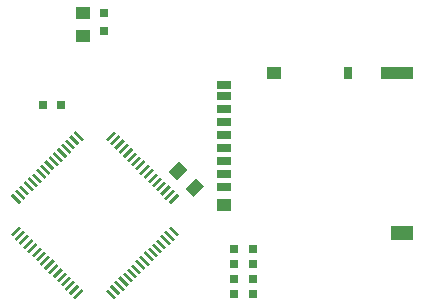
<source format=gbp>
G04 #@! TF.FileFunction,Paste,Bot*
%FSLAX46Y46*%
G04 Gerber Fmt 4.6, Leading zero omitted, Abs format (unit mm)*
G04 Created by KiCad (PCBNEW 4.0.6) date 03/12/17 16:14:44*
%MOMM*%
%LPD*%
G01*
G04 APERTURE LIST*
%ADD10C,0.100000*%
%ADD11R,0.750000X0.800000*%
%ADD12R,1.250000X1.000000*%
%ADD13R,0.800000X0.750000*%
%ADD14R,0.800000X0.800000*%
%ADD15R,1.900000X1.300000*%
%ADD16R,1.200000X0.700000*%
%ADD17R,1.200000X1.000000*%
%ADD18R,0.800000X1.000000*%
%ADD19R,2.800000X1.000000*%
G04 APERTURE END LIST*
D10*
G36*
X64319899Y-74733977D02*
X64496676Y-74557200D01*
X65203783Y-75264307D01*
X65027006Y-75441084D01*
X64319899Y-74733977D01*
X64319899Y-74733977D01*
G37*
G36*
X64673452Y-74380423D02*
X64850229Y-74203646D01*
X65557336Y-74910753D01*
X65380559Y-75087530D01*
X64673452Y-74380423D01*
X64673452Y-74380423D01*
G37*
G36*
X65027006Y-74026870D02*
X65203783Y-73850093D01*
X65910890Y-74557200D01*
X65734113Y-74733977D01*
X65027006Y-74026870D01*
X65027006Y-74026870D01*
G37*
G36*
X65380559Y-73673317D02*
X65557336Y-73496540D01*
X66264443Y-74203647D01*
X66087666Y-74380424D01*
X65380559Y-73673317D01*
X65380559Y-73673317D01*
G37*
G36*
X65734112Y-73319763D02*
X65910889Y-73142986D01*
X66617996Y-73850093D01*
X66441219Y-74026870D01*
X65734112Y-73319763D01*
X65734112Y-73319763D01*
G37*
G36*
X66087666Y-72966210D02*
X66264443Y-72789433D01*
X66971550Y-73496540D01*
X66794773Y-73673317D01*
X66087666Y-72966210D01*
X66087666Y-72966210D01*
G37*
G36*
X66441219Y-72612656D02*
X66617996Y-72435879D01*
X67325103Y-73142986D01*
X67148326Y-73319763D01*
X66441219Y-72612656D01*
X66441219Y-72612656D01*
G37*
G36*
X66794773Y-72259103D02*
X66971550Y-72082326D01*
X67678657Y-72789433D01*
X67501880Y-72966210D01*
X66794773Y-72259103D01*
X66794773Y-72259103D01*
G37*
G36*
X67148326Y-71905550D02*
X67325103Y-71728773D01*
X68032210Y-72435880D01*
X67855433Y-72612657D01*
X67148326Y-71905550D01*
X67148326Y-71905550D01*
G37*
G36*
X67501879Y-71551996D02*
X67678656Y-71375219D01*
X68385763Y-72082326D01*
X68208986Y-72259103D01*
X67501879Y-71551996D01*
X67501879Y-71551996D01*
G37*
G36*
X67855433Y-71198443D02*
X68032210Y-71021666D01*
X68739317Y-71728773D01*
X68562540Y-71905550D01*
X67855433Y-71198443D01*
X67855433Y-71198443D01*
G37*
G36*
X68208986Y-70844889D02*
X68385763Y-70668112D01*
X69092870Y-71375219D01*
X68916093Y-71551996D01*
X68208986Y-70844889D01*
X68208986Y-70844889D01*
G37*
G36*
X68562540Y-70491336D02*
X68739317Y-70314559D01*
X69446424Y-71021666D01*
X69269647Y-71198443D01*
X68562540Y-70491336D01*
X68562540Y-70491336D01*
G37*
G36*
X68916093Y-70137783D02*
X69092870Y-69961006D01*
X69799977Y-70668113D01*
X69623200Y-70844890D01*
X68916093Y-70137783D01*
X68916093Y-70137783D01*
G37*
G36*
X69269646Y-69784229D02*
X69446423Y-69607452D01*
X70153530Y-70314559D01*
X69976753Y-70491336D01*
X69269646Y-69784229D01*
X69269646Y-69784229D01*
G37*
G36*
X69623200Y-69430676D02*
X69799977Y-69253899D01*
X70507084Y-69961006D01*
X70330307Y-70137783D01*
X69623200Y-69430676D01*
X69623200Y-69430676D01*
G37*
G36*
X73088023Y-69253899D02*
X73264800Y-69430676D01*
X72557693Y-70137783D01*
X72380916Y-69961006D01*
X73088023Y-69253899D01*
X73088023Y-69253899D01*
G37*
G36*
X73441577Y-69607452D02*
X73618354Y-69784229D01*
X72911247Y-70491336D01*
X72734470Y-70314559D01*
X73441577Y-69607452D01*
X73441577Y-69607452D01*
G37*
G36*
X73795130Y-69961006D02*
X73971907Y-70137783D01*
X73264800Y-70844890D01*
X73088023Y-70668113D01*
X73795130Y-69961006D01*
X73795130Y-69961006D01*
G37*
G36*
X74148683Y-70314559D02*
X74325460Y-70491336D01*
X73618353Y-71198443D01*
X73441576Y-71021666D01*
X74148683Y-70314559D01*
X74148683Y-70314559D01*
G37*
G36*
X74502237Y-70668112D02*
X74679014Y-70844889D01*
X73971907Y-71551996D01*
X73795130Y-71375219D01*
X74502237Y-70668112D01*
X74502237Y-70668112D01*
G37*
G36*
X74855790Y-71021666D02*
X75032567Y-71198443D01*
X74325460Y-71905550D01*
X74148683Y-71728773D01*
X74855790Y-71021666D01*
X74855790Y-71021666D01*
G37*
G36*
X75209344Y-71375219D02*
X75386121Y-71551996D01*
X74679014Y-72259103D01*
X74502237Y-72082326D01*
X75209344Y-71375219D01*
X75209344Y-71375219D01*
G37*
G36*
X75562897Y-71728773D02*
X75739674Y-71905550D01*
X75032567Y-72612657D01*
X74855790Y-72435880D01*
X75562897Y-71728773D01*
X75562897Y-71728773D01*
G37*
G36*
X75916450Y-72082326D02*
X76093227Y-72259103D01*
X75386120Y-72966210D01*
X75209343Y-72789433D01*
X75916450Y-72082326D01*
X75916450Y-72082326D01*
G37*
G36*
X76270004Y-72435879D02*
X76446781Y-72612656D01*
X75739674Y-73319763D01*
X75562897Y-73142986D01*
X76270004Y-72435879D01*
X76270004Y-72435879D01*
G37*
G36*
X76623557Y-72789433D02*
X76800334Y-72966210D01*
X76093227Y-73673317D01*
X75916450Y-73496540D01*
X76623557Y-72789433D01*
X76623557Y-72789433D01*
G37*
G36*
X76977111Y-73142986D02*
X77153888Y-73319763D01*
X76446781Y-74026870D01*
X76270004Y-73850093D01*
X76977111Y-73142986D01*
X76977111Y-73142986D01*
G37*
G36*
X77330664Y-73496540D02*
X77507441Y-73673317D01*
X76800334Y-74380424D01*
X76623557Y-74203647D01*
X77330664Y-73496540D01*
X77330664Y-73496540D01*
G37*
G36*
X77684217Y-73850093D02*
X77860994Y-74026870D01*
X77153887Y-74733977D01*
X76977110Y-74557200D01*
X77684217Y-73850093D01*
X77684217Y-73850093D01*
G37*
G36*
X78037771Y-74203646D02*
X78214548Y-74380423D01*
X77507441Y-75087530D01*
X77330664Y-74910753D01*
X78037771Y-74203646D01*
X78037771Y-74203646D01*
G37*
G36*
X78391324Y-74557200D02*
X78568101Y-74733977D01*
X77860994Y-75441084D01*
X77684217Y-75264307D01*
X78391324Y-74557200D01*
X78391324Y-74557200D01*
G37*
G36*
X77684217Y-77491693D02*
X77860994Y-77314916D01*
X78568101Y-78022023D01*
X78391324Y-78198800D01*
X77684217Y-77491693D01*
X77684217Y-77491693D01*
G37*
G36*
X77330664Y-77845247D02*
X77507441Y-77668470D01*
X78214548Y-78375577D01*
X78037771Y-78552354D01*
X77330664Y-77845247D01*
X77330664Y-77845247D01*
G37*
G36*
X76977110Y-78198800D02*
X77153887Y-78022023D01*
X77860994Y-78729130D01*
X77684217Y-78905907D01*
X76977110Y-78198800D01*
X76977110Y-78198800D01*
G37*
G36*
X76623557Y-78552353D02*
X76800334Y-78375576D01*
X77507441Y-79082683D01*
X77330664Y-79259460D01*
X76623557Y-78552353D01*
X76623557Y-78552353D01*
G37*
G36*
X76270004Y-78905907D02*
X76446781Y-78729130D01*
X77153888Y-79436237D01*
X76977111Y-79613014D01*
X76270004Y-78905907D01*
X76270004Y-78905907D01*
G37*
G36*
X75916450Y-79259460D02*
X76093227Y-79082683D01*
X76800334Y-79789790D01*
X76623557Y-79966567D01*
X75916450Y-79259460D01*
X75916450Y-79259460D01*
G37*
G36*
X75562897Y-79613014D02*
X75739674Y-79436237D01*
X76446781Y-80143344D01*
X76270004Y-80320121D01*
X75562897Y-79613014D01*
X75562897Y-79613014D01*
G37*
G36*
X75209343Y-79966567D02*
X75386120Y-79789790D01*
X76093227Y-80496897D01*
X75916450Y-80673674D01*
X75209343Y-79966567D01*
X75209343Y-79966567D01*
G37*
G36*
X74855790Y-80320120D02*
X75032567Y-80143343D01*
X75739674Y-80850450D01*
X75562897Y-81027227D01*
X74855790Y-80320120D01*
X74855790Y-80320120D01*
G37*
G36*
X74502237Y-80673674D02*
X74679014Y-80496897D01*
X75386121Y-81204004D01*
X75209344Y-81380781D01*
X74502237Y-80673674D01*
X74502237Y-80673674D01*
G37*
G36*
X74148683Y-81027227D02*
X74325460Y-80850450D01*
X75032567Y-81557557D01*
X74855790Y-81734334D01*
X74148683Y-81027227D01*
X74148683Y-81027227D01*
G37*
G36*
X73795130Y-81380781D02*
X73971907Y-81204004D01*
X74679014Y-81911111D01*
X74502237Y-82087888D01*
X73795130Y-81380781D01*
X73795130Y-81380781D01*
G37*
G36*
X73441576Y-81734334D02*
X73618353Y-81557557D01*
X74325460Y-82264664D01*
X74148683Y-82441441D01*
X73441576Y-81734334D01*
X73441576Y-81734334D01*
G37*
G36*
X73088023Y-82087887D02*
X73264800Y-81911110D01*
X73971907Y-82618217D01*
X73795130Y-82794994D01*
X73088023Y-82087887D01*
X73088023Y-82087887D01*
G37*
G36*
X72734470Y-82441441D02*
X72911247Y-82264664D01*
X73618354Y-82971771D01*
X73441577Y-83148548D01*
X72734470Y-82441441D01*
X72734470Y-82441441D01*
G37*
G36*
X72380916Y-82794994D02*
X72557693Y-82618217D01*
X73264800Y-83325324D01*
X73088023Y-83502101D01*
X72380916Y-82794994D01*
X72380916Y-82794994D01*
G37*
G36*
X70330307Y-82618217D02*
X70507084Y-82794994D01*
X69799977Y-83502101D01*
X69623200Y-83325324D01*
X70330307Y-82618217D01*
X70330307Y-82618217D01*
G37*
G36*
X69976753Y-82264664D02*
X70153530Y-82441441D01*
X69446423Y-83148548D01*
X69269646Y-82971771D01*
X69976753Y-82264664D01*
X69976753Y-82264664D01*
G37*
G36*
X69623200Y-81911110D02*
X69799977Y-82087887D01*
X69092870Y-82794994D01*
X68916093Y-82618217D01*
X69623200Y-81911110D01*
X69623200Y-81911110D01*
G37*
G36*
X69269647Y-81557557D02*
X69446424Y-81734334D01*
X68739317Y-82441441D01*
X68562540Y-82264664D01*
X69269647Y-81557557D01*
X69269647Y-81557557D01*
G37*
G36*
X68916093Y-81204004D02*
X69092870Y-81380781D01*
X68385763Y-82087888D01*
X68208986Y-81911111D01*
X68916093Y-81204004D01*
X68916093Y-81204004D01*
G37*
G36*
X68562540Y-80850450D02*
X68739317Y-81027227D01*
X68032210Y-81734334D01*
X67855433Y-81557557D01*
X68562540Y-80850450D01*
X68562540Y-80850450D01*
G37*
G36*
X68208986Y-80496897D02*
X68385763Y-80673674D01*
X67678656Y-81380781D01*
X67501879Y-81204004D01*
X68208986Y-80496897D01*
X68208986Y-80496897D01*
G37*
G36*
X67855433Y-80143343D02*
X68032210Y-80320120D01*
X67325103Y-81027227D01*
X67148326Y-80850450D01*
X67855433Y-80143343D01*
X67855433Y-80143343D01*
G37*
G36*
X67501880Y-79789790D02*
X67678657Y-79966567D01*
X66971550Y-80673674D01*
X66794773Y-80496897D01*
X67501880Y-79789790D01*
X67501880Y-79789790D01*
G37*
G36*
X67148326Y-79436237D02*
X67325103Y-79613014D01*
X66617996Y-80320121D01*
X66441219Y-80143344D01*
X67148326Y-79436237D01*
X67148326Y-79436237D01*
G37*
G36*
X66794773Y-79082683D02*
X66971550Y-79259460D01*
X66264443Y-79966567D01*
X66087666Y-79789790D01*
X66794773Y-79082683D01*
X66794773Y-79082683D01*
G37*
G36*
X66441219Y-78729130D02*
X66617996Y-78905907D01*
X65910889Y-79613014D01*
X65734112Y-79436237D01*
X66441219Y-78729130D01*
X66441219Y-78729130D01*
G37*
G36*
X66087666Y-78375576D02*
X66264443Y-78552353D01*
X65557336Y-79259460D01*
X65380559Y-79082683D01*
X66087666Y-78375576D01*
X66087666Y-78375576D01*
G37*
G36*
X65734113Y-78022023D02*
X65910890Y-78198800D01*
X65203783Y-78905907D01*
X65027006Y-78729130D01*
X65734113Y-78022023D01*
X65734113Y-78022023D01*
G37*
G36*
X65380559Y-77668470D02*
X65557336Y-77845247D01*
X64850229Y-78552354D01*
X64673452Y-78375577D01*
X65380559Y-77668470D01*
X65380559Y-77668470D01*
G37*
G36*
X65027006Y-77314916D02*
X65203783Y-77491693D01*
X64496676Y-78198800D01*
X64319899Y-78022023D01*
X65027006Y-77314916D01*
X65027006Y-77314916D01*
G37*
G36*
X77690505Y-72732388D02*
X78574388Y-71848505D01*
X79281495Y-72555612D01*
X78397612Y-73439495D01*
X77690505Y-72732388D01*
X77690505Y-72732388D01*
G37*
G36*
X79104719Y-74146602D02*
X79988602Y-73262719D01*
X80695709Y-73969826D01*
X79811826Y-74853709D01*
X79104719Y-74146602D01*
X79104719Y-74146602D01*
G37*
D11*
X72206000Y-59321000D03*
X72206000Y-60821000D03*
D12*
X70428000Y-59249000D03*
X70428000Y-61249000D03*
D13*
X67056000Y-67056000D03*
X68556000Y-67056000D03*
D14*
X83236972Y-79294740D03*
X84836972Y-79294740D03*
X83236972Y-80564739D03*
X84836972Y-80564739D03*
X83236973Y-81834738D03*
X84836973Y-81834738D03*
X83236973Y-83104740D03*
X84836973Y-83104740D03*
D15*
X97450500Y-77896500D03*
D16*
X82350500Y-73996500D03*
X82350500Y-72896500D03*
X82350500Y-71796500D03*
X82350500Y-70696500D03*
X82350500Y-69596500D03*
X82350500Y-68496500D03*
X82350500Y-67396500D03*
X82350500Y-66296500D03*
X82350500Y-65346500D03*
D17*
X82350500Y-75546500D03*
X86650500Y-64396500D03*
D18*
X92850500Y-64396500D03*
D19*
X97000500Y-64396500D03*
M02*

</source>
